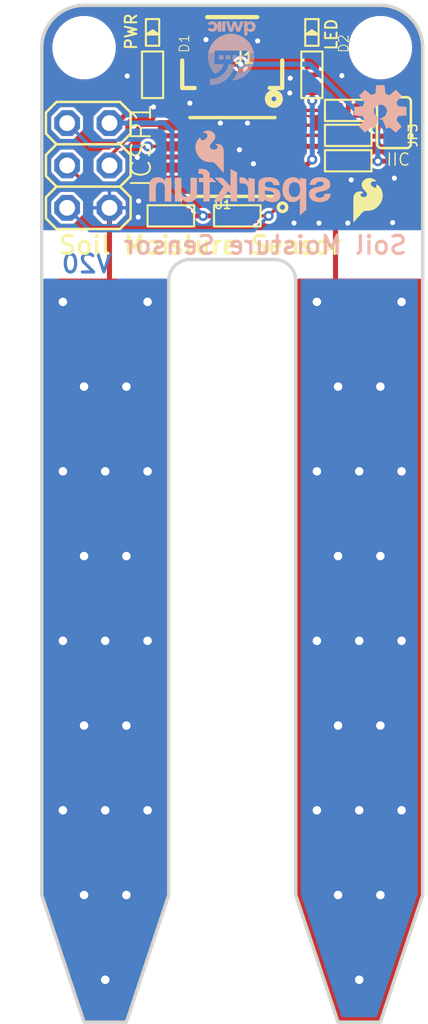
<source format=kicad_pcb>
(kicad_pcb (version 20211014) (generator pcbnew)
  (layers (0 "F.Cu" signal) (31 "B.Cu" signal) (34 "B.Paste" user) (35 "F.Paste" user) (36 "B.SilkS" user "B.Silkscreen") (37 "F.SilkS" user "F.Silkscreen") (38 "B.Mask" user) (39 "F.Mask" user) (44 "Edge.Cuts" user))
  (net 0 "")
  (net 1 "GND")
  (net 2 "LED")
  (net 3 "ADC")
  (net 4 "RST")
  (net 5 "SDA/MOSI")
  (net 6 "SCL/SCK")
  (net 7 "+3V3")
  (net 8 "N$6")
  (net 9 "N$8")
  (net 10 "N$1")
  (net 11 "N$2")
  (net 12 "MISO")
  (footprint "eagleBoard:LED-0603" (layer "F.Cu") (at 153.2811 76.1492 -90)
    (fp_text reference "D2" (at 1.27 -1.905 90) (layer "F.SilkS") (effects (font (size 0.57785 0.57785) (thickness 0.05715)) (justify left)))
    (fp_text value "GREEN")
    (pad "+" smd roundrect (at 0.6985 0 90) (size 0.635 0.8001) (layers "F.Cu" "F.Paste" "F.Mask") (roundrect_rratio 0.125) (net 11 "N$2"))
    (pad "-" smd roundrect (at -0.6985 0 90) (size 0.635 0.8001) (layers "F.Cu" "F.Paste" "F.Mask") (roundrect_rratio 0.125) (net 1 "GND"))
  )
  (footprint "eagleBoard:SFE_LOGO_FLAME_.1" (layer "F.Cu") (at 156.6291 86.1568)
    (fp_text reference "U$2" hide)
    (fp_text value "" hide)
  )
  (footprint "eagleBoard:R0603" (layer "F.Cu") (at 148.8059 87.1474 180)
    (fp_text reference "R8")
    (fp_text value "10K ±1%")
    (pad "1" smd roundrect (at -0.762 0 180) (size 0.889 0.889) (layers "F.Cu" "F.Paste" "F.Mask") (roundrect_rratio 0.125) (net 4 "RST"))
    (pad "2" smd roundrect (at 0.762 0 180) (size 0.889 0.889) (layers "F.Cu" "F.Paste" "F.Mask") (roundrect_rratio 0.125) (net 7 "+3V3"))
  )
  (footprint "eagleBoard:FIDUCIAL-1X2" (layer "F.Cu") (at 158.6611 85.9536)
    (fp_text reference "FID2" hide)
    (fp_text value "FIDUCIAL1X2" hide)
    (pad "1" smd roundrect (at 0 0) (size 1 1) (layers "F.Cu" "F.Mask") (roundrect_rratio 0.5))
  )
  (footprint "eagleBoard:SO08-EIAJ_MCU" (layer "F.Cu") (at 148.5011 83.6168 90)
    (fp_text reference "U1" (at -2.8575 0) (layer "F.SilkS") (effects (font (size 0.512064 0.512064) (thickness 0.097536)) (justify right)))
    (fp_text value "Tiny85-20-SMT")
    (pad "1" smd rect (at -1.905 3.3782 90) (size 0.6096 2.2098) (layers "F.Cu" "F.Paste" "F.Mask") (net 4 "RST"))
    (pad "2" smd rect (at -0.635 3.3782 90) (size 0.6096 2.2098) (layers "F.Cu" "F.Paste" "F.Mask") (net 2 "LED"))
    (pad "3" smd rect (at 0.635 3.3782 90) (size 0.6096 2.2098) (layers "F.Cu" "F.Paste" "F.Mask") (net 3 "ADC"))
    (pad "4" smd rect (at 1.905 3.3782 90) (size 0.6096 2.2098) (layers "F.Cu" "F.Paste" "F.Mask") (net 1 "GND"))
    (pad "5" smd rect (at 1.905 -3.3528 90) (size 0.6096 2.2098) (layers "F.Cu" "F.Paste" "F.Mask") (net 5 "SDA/MOSI"))
    (pad "6" smd rect (at 0.635 -3.3528 90) (size 0.6096 2.2098) (layers "F.Cu" "F.Paste" "F.Mask") (net 12 "MISO"))
    (pad "7" smd rect (at -0.635 -3.3528 90) (size 0.6096 2.2098) (layers "F.Cu" "F.Paste" "F.Mask") (net 6 "SCL/SCK"))
    (pad "8" smd rect (at -1.905 -3.3528 90) (size 0.6096 2.2098) (layers "F.Cu" "F.Paste" "F.Mask") (net 7 "+3V3"))
  )
  (footprint "eagleBoard:STAND-OFF" (layer "F.Cu") (at 157.3911 77.0636)
    (fp_text reference "STANDOFF2" hide)
    (fp_text value "STAND-OFF" hide)
    (pad "" np_thru_hole circle (at 0 0) (size 3.302 3.302) (drill 3.302) (layers *.Cu *.Mask))
  )
  (footprint "eagleBoard:JST-SH-4P" (layer "F.Cu") (at 148.5011 79.8322)
    (fp_text reference "J1" (at 1.397 -2.159) (layer "F.SilkS") (effects (font (size 0.682752 0.682752) (thickness 0.130048)) (justify right)))
    (fp_text value "JST-SH-4P-1.0")
    (pad "1" smd rect (at 1.5 0 180) (size 0.6 1.35) (layers "F.Cu" "F.Paste" "F.Mask") (net 1 "GND"))
    (pad "2" smd rect (at 0.5 0 180) (size 0.6 1.35) (layers "F.Cu" "F.Paste" "F.Mask") (net 7 "+3V3"))
    (pad "3" smd rect (at -0.5 0 180) (size 0.6 1.35) (layers "F.Cu" "F.Paste" "F.Mask") (net 5 "SDA/MOSI"))
    (pad "4" smd rect (at -1.5 0 180) (size 0.6 1.35) (layers "F.Cu" "F.Paste" "F.Mask") (net 6 "SCL/SCK"))
    (pad "NC1" smd rect (at -2.8 -3.675 180) (size 1.2 2) (layers "F.Cu" "F.Paste" "F.Mask") (net 1 "GND"))
    (pad "NC2" smd rect (at 2.8 -3.675 180) (size 1.2 2) (layers "F.Cu" "F.Paste" "F.Mask") (net 1 "GND"))
  )
  (footprint "eagleBoard:R0603" (layer "F.Cu") (at 153.2811 78.6892 90)
    (fp_text reference "R6")
    (fp_text value "1.5K ±1%")
    (pad "1" smd roundrect (at -0.762 0 90) (size 0.889 0.889) (layers "F.Cu" "F.Paste" "F.Mask") (roundrect_rratio 0.125) (net 2 "LED"))
    (pad "2" smd roundrect (at 0.762 0 90) (size 0.889 0.889) (layers "F.Cu" "F.Paste" "F.Mask") (roundrect_rratio 0.125) (net 11 "N$2"))
  )
  (footprint "eagleBoard:R0603" (layer "F.Cu") (at 143.7211 78.6892 90)
    (fp_text reference "R3")
    (fp_text value "1.5K ±1%")
    (pad "1" smd roundrect (at -0.762 0 90) (size 0.889 0.889) (layers "F.Cu" "F.Paste" "F.Mask") (roundrect_rratio 0.125) (net 7 "+3V3"))
    (pad "2" smd roundrect (at 0.762 0 90) (size 0.889 0.889) (layers "F.Cu" "F.Paste" "F.Mask") (roundrect_rratio 0.125) (net 10 "N$1"))
  )
  (footprint "eagleBoard:R0603" (layer "F.Cu") (at 155.4607 80.8228)
    (fp_text reference "R5")
    (fp_text value "4.7K ±1%")
    (pad "1" smd roundrect (at -0.762 0) (size 0.889 0.889) (layers "F.Cu" "F.Paste" "F.Mask") (roundrect_rratio 0.125) (net 5 "SDA/MOSI"))
    (pad "2" smd roundrect (at 0.762 0) (size 0.889 0.889) (layers "F.Cu" "F.Paste" "F.Mask") (roundrect_rratio 0.125) (net 9 "N$8"))
  )
  (footprint "eagleBoard:C0603" (layer "F.Cu") (at 144.8181 87.1474)
    (fp_text reference "C1")
    (fp_text value "100nF ±10% 50V")
    (pad "1" smd roundrect (at -0.762 0) (size 0.889 0.889) (layers "F.Cu" "F.Paste" "F.Mask") (roundrect_rratio 0.125) (net 1 "GND"))
    (pad "2" smd roundrect (at 0.762 0) (size 0.889 0.889) (layers "F.Cu" "F.Paste" "F.Mask") (roundrect_rratio 0.125) (net 7 "+3V3"))
  )
  (footprint "eagleBoard:LED-0603" (layer "F.Cu") (at 143.7211 76.1492 -90)
    (fp_text reference "D1" (at 1.27 -1.905 90) (layer "F.SilkS") (effects (font (size 0.57785 0.57785) (thickness 0.05715)) (justify left)))
    (fp_text value "RED")
    (pad "+" smd roundrect (at 0.6985 0 90) (size 0.635 0.8001) (layers "F.Cu" "F.Paste" "F.Mask") (roundrect_rratio 0.125) (net 10 "N$1"))
    (pad "-" smd roundrect (at -0.6985 0 90) (size 0.635 0.8001) (layers "F.Cu" "F.Paste" "F.Mask") (roundrect_rratio 0.125) (net 1 "GND"))
  )
  (footprint "eagleBoard:R0603" (layer "F.Cu") (at 155.4607 82.3214)
    (fp_text reference "R4")
    (fp_text value "4.7K ±1%")
    (pad "1" smd roundrect (at -0.762 0) (size 0.889 0.889) (layers "F.Cu" "F.Paste" "F.Mask") (roundrect_rratio 0.125) (net 6 "SCL/SCK"))
    (pad "2" smd roundrect (at 0.762 0) (size 0.889 0.889) (layers "F.Cu" "F.Paste" "F.Mask") (roundrect_rratio 0.125) (net 8 "N$6"))
  )
  (footprint "eagleBoard:2X03" (layer "F.Cu") (at 139.8651 84.1248 -90)
    (fp_text reference "ICSP1" (at -3.81 -3.175 90) (layer "F.SilkS") (effects (font (size 1.1557 1.1557) (thickness 0.1143)) (justify right)))
    (fp_text value "3x2 M")
    (pad "1" thru_hole roundrect (at -2.54 1.27 270) (size 1.55 1.55) (drill 0.95) (layers *.Cu *.Mask) (chamfer_ratio 0.2928932188) (chamfer top_left top_right bottom_left bottom_right) (net 12 "MISO"))
    (pad "2" thru_hole roundrect (at -2.54 -1.27 270) (size 1.55 1.55) (drill 0.95) (layers *.Cu *.Mask) (chamfer_ratio 0.2928932188) (chamfer top_left top_right bottom_left bottom_right) (net 7 "+3V3"))
    (pad "3" thru_hole roundrect (at 0 1.27 270) (size 1.55 1.55) (drill 0.95) (layers *.Cu *.Mask) (chamfer_ratio 0.2928932188) (chamfer top_left top_right bottom_left bottom_right) (net 6 "SCL/SCK"))
    (pad "4" thru_hole roundrect (at 0 -1.27 270) (size 1.55 1.55) (drill 0.95) (layers *.Cu *.Mask) (chamfer_ratio 0.2928932188) (chamfer top_left top_right bottom_left bottom_right) (net 5 "SDA/MOSI"))
    (pad "5" thru_hole roundrect (at 2.54 1.27 270) (size 1.55 1.55) (drill 0.95) (layers *.Cu *.Mask) (chamfer_ratio 0.2928932188) (chamfer top_left top_right bottom_left bottom_right) (net 4 "RST"))
    (pad "6" thru_hole roundrect (at 2.54 -1.27 270) (size 1.55 1.55) (drill 0.95) (layers *.Cu *.Mask) (chamfer_ratio 0.2928932188) (chamfer top_left top_right bottom_left bottom_right) (net 1 "GND"))
  )
  (footprint "eagleBoard:SMT-JUMPER_3_2-NC_TRACE" (layer "F.Cu") (at 158.2039 81.5594 -90)
    (fp_text reference "JP3" (at 0 -1.143 90) (layer "F.SilkS") (effects (font (size 0.512064 0.512064) (thickness 0.097536)) (justify right)))
    (fp_text value "SMT-JUMPER_3_2-NC_TRACE")
    (fp_line (start 0 0) (end 0.8636 0) (layer "F.Cu") (width 0.2032))
    (fp_line (start 0 0) (end -0.8382 0) (layer "F.Cu") (width 0.2032))
    (pad "1" smd rect (at -0.8128 0 270) (size 0.635 1.27) (layers "F.Cu" "F.Mask") (net 9 "N$8"))
    (pad "2" smd rect (at 0 0 270) (size 0.635 1.27) (layers "F.Cu" "F.Mask") (net 7 "+3V3"))
    (pad "3" smd rect (at 0.8128 0 270) (size 0.635 1.27) (layers "F.Cu" "F.Mask") (net 8 "N$6"))
  )
  (footprint "eagleBoard:STAND-OFF" (layer "F.Cu") (at 139.6111 77.0636)
    (fp_text reference "STANDOFF1" hide)
    (fp_text value "STAND-OFF" hide)
    (pad "" np_thru_hole circle (at 0 0) (size 3.302 3.302) (drill 3.302) (layers *.Cu *.Mask))
  )
  (footprint "eagleBoard:R0603" (layer "F.Cu") (at 155.4607 83.8454)
    (fp_text reference "R7")
    (fp_text value "100K ±1%")
    (pad "1" smd roundrect (at -0.762 0) (size 0.889 0.889) (layers "F.Cu" "F.Paste" "F.Mask") (roundrect_rratio 0.125) (net 3 "ADC"))
    (pad "2" smd roundrect (at 0.762 0) (size 0.889 0.889) (layers "F.Cu" "F.Paste" "F.Mask") (roundrect_rratio 0.125) (net 7 "+3V3"))
  )
  (footprint "eagleBoard:FIDUCIAL-1X2" (layer "F.Cu") (at 138.3411 79.6036)
    (fp_text reference "FID1" hide)
    (fp_text value "FIDUCIAL1X2" hide)
    (pad "1" smd roundrect (at 0 0) (size 1 1) (layers "F.Cu" "F.Mask") (roundrect_rratio 0.5))
  )
  (footprint "eagleBoard:SFE_LOGO_NAME_FLAME_.1" (layer "B.Cu") (at 154.8511 87.2236 180)
    (fp_text reference "LOGO1" hide)
    (fp_text value "SFE_LOGO_NAME_FLAME.1_INCH" hide)
  )
  (footprint "eagleBoard:OSHW-LOGO-S" (layer "B.Cu") (at 157.3911 80.8736 180)
    (fp_text reference "LOGO2" hide)
    (fp_text value "OSHW-LOGOS" hide)
  )
  (footprint "eagleBoard:QWIIC-LOGO-SMALL" (layer "B.Cu") (at 148.5265 77.3938 180)
    (fp_text reference "U$5" hide)
    (fp_text value "" hide)
  )
  (gr_line (start 159.9311 127.8636) (end 157.3911 135.4836) (layer "Edge.Cuts") (width 0.2032))
  (gr_line (start 144.6911 127.8636) (end 144.6911 91.0336) (layer "Edge.Cuts") (width 0.2032))
  (gr_line (start 157.3911 135.4836) (end 154.8511 135.4836) (layer "Edge.Cuts") (width 0.2032))
  (gr_line (start 159.9311 77.0636) (end 159.9311 127.8636) (layer "Edge.Cuts") (width 0.2032))
  (gr_arc (start 137.0711 77.0636) (mid 137.815049 75.267549) (end 139.6111 74.5236) (layer "Edge.Cuts") (width 0.2032))
  (gr_arc (start 157.3911 74.5236) (mid 159.187151 75.267549) (end 159.9311 77.0636) (layer "Edge.Cuts") (width 0.2032))
  (gr_line (start 137.0711 127.8636) (end 139.6111 135.4836) (layer "Edge.Cuts") (width 0.2032))
  (gr_line (start 154.8511 135.4836) (end 152.3111 127.8636) (layer "Edge.Cuts") (width 0.2032))
  (gr_arc (start 144.6911 91.0336) (mid 145.063074 90.135574) (end 145.9611 89.7636) (layer "Edge.Cuts") (width 0.2032))
  (gr_line (start 142.1511 135.4836) (end 144.6911 127.8636) (layer "Edge.Cuts") (width 0.2032))
  (gr_line (start 137.0711 77.0636) (end 137.0711 127.8636) (layer "Edge.Cuts") (width 0.2032))
  (gr_arc (start 151.0411 89.7636) (mid 151.939126 90.135574) (end 152.3111 91.0336) (layer "Edge.Cuts") (width 0.2032))
  (gr_line (start 152.3111 127.8636) (end 152.3111 91.0336) (layer "Edge.Cuts") (width 0.2032))
  (gr_line (start 145.9611 89.7636) (end 151.0411 89.7636) (layer "Edge.Cuts") (width 0.2032))
  (gr_line (start 139.6111 74.5236) (end 157.3911 74.5236) (layer "Edge.Cuts") (width 0.2032))
  (gr_line (start 139.6111 135.4836) (end 142.1511 135.4836) (layer "Edge.Cuts") (width 0.2032))
  (gr_text "V20" (at 141.3891 90.6526) (layer "B.Cu") (effects (font (size 1.0795 1.0795) (thickness 0.1905)) (justify left bottom mirror)))
  (gr_text "Soil Moisture Sensor" (at 159.0929 89.535) (layer "B.SilkS") (effects (font (size 1.0795 1.0795) (thickness 0.1905)) (justify left bottom mirror)))
  (gr_text "LED" (at 154.8511 77.2922 90) (layer "F.SilkS") (effects (font (size 0.69088 0.69088) (thickness 0.12192)) (justify left bottom)))
  (gr_text "IIC" (at 157.6959 84.201) (layer "F.SilkS") (effects (font (size 0.73152 0.73152) (thickness 0.08128)) (justify left bottom)))
  (gr_text "Soil Moisture Sensor" (at 137.9855 89.535) (layer "F.SilkS") (effects (font (size 1.0795 1.0795) (thickness 0.1905)) (justify left bottom)))
  (gr_text "PWR" (at 142.8369 77.2668 90) (layer "F.SilkS") (effects (font (size 0.69088 0.69088) (thickness 0.12192)) (justify left bottom)))
  (segment (start 141.1351 86.6648) (end 141.1351 91.2368) (width 0.3048) (layer "F.Cu") (net 1))
  (via (at 143.4211 102.4636) (size 0.8128) (drill 0.508) (layers "F.Cu" "B.Cu") (net 1))
  (via (at 149.4155 81.5848) (size 0.6096) (drill 0.3048) (layers "F.Cu" "B.Cu") (net 1))
  (via (at 142.8623 87.2236) (size 0.6096) (drill 0.3048) (layers "F.Cu" "B.Cu") (net 1))
  (via (at 152.2095 87.5792) (size 0.6096) (drill 0.3048) (layers "F.Cu" "B.Cu") (net 1))
  (via (at 139.6111 107.5436) (size 0.8128) (drill 0.508) (layers "F.Cu" "B.Cu") (net 1))
  (via (at 155.4353 87.5792) (size 0.6096) (drill 0.3048) (layers "F.Cu" "B.Cu") (net 1))
  (via (at 142.1511 117.7036) (size 0.8128) (drill 0.508) (layers "F.Cu" "B.Cu") (net 1))
  (via (at 148.9329 83.185) (size 0.6096) (drill 0.3048) (layers "F.Cu" "B.Cu") (net 1))
  (via (at 155.6385 84.9884) (size 0.6096) (drill 0.3048) (layers "F.Cu" "B.Cu") (net 1))
  (via (at 140.8811 132.9436) (size 0.8128) (drill 0.508) (layers "F.Cu" "B.Cu") (net 1))
  (via (at 145.9611 80.391) (size 0.6096) (drill 0.3048) (layers "F.Cu" "B.Cu") (net 1))
  (via (at 153.7081 87.5792) (size 0.6096) (drill 0.3048) (layers "F.Cu" "B.Cu") (net 1))
  (via (at 140.8811 122.7836) (size 0.8128) (drill 0.508) (layers "F.Cu" "B.Cu") (net 1))
  (via (at 142.1511 127.8636) (size 0.8128) (drill 0.508) (layers "F.Cu" "B.Cu") (net 1))
  (via (at 158.1277 87.5538) (size 0.6096) (drill 0.3048) (layers "F.Cu" "B.Cu") (net 1))
  (via (at 142.1511 97.3836) (size 0.8128) (drill 0.508) (layers "F.Cu" "B.Cu") (net 1))
  (via (at 142.2019 78.7654) (size 0.6096) (drill 0.3048) (layers "F.Cu" "B.Cu") (net 1))
  (via (at 151.9809 78.8924) (size 0.6096) (drill 0.3048) (layers "F.Cu" "B.Cu") (net 1))
  (via (at 146.9263 76.581) (size 0.6096) (drill 0.3048) (layers "F.Cu" "B.Cu") (net 1))
  (via (at 149.7711 84.0232) (size 0.6096) (drill 0.3048) (layers "F.Cu" "B.Cu") (net 1))
  (via (at 138.3411 122.7836) (size 0.8128) (drill 0.508) (layers "F.Cu" "B.Cu") (net 1))
  (via (at 143.4211 112.6236) (size 0.8128) (drill 0.508) (layers "F.Cu" "B.Cu") (net 1))
  (via (at 143.4211 92.3036) (size 0.8128) (drill 0.508) (layers "F.Cu" "B.Cu") (net 1))
  (via (at 139.6111 127.8636) (size 0.8128) (drill 0.508) (layers "F.Cu" "B.Cu") (net 1))
  (via (at 138.3411 112.6236) (size 0.8128) (drill 0.508) (layers "F.Cu" "B.Cu") (net 1))
  (via (at 151.9555 79.7814) (size 0.6096) (drill 0.3048) (layers "F.Cu" "B.Cu") (net 1))
  (via (at 147.7899 81.5848) (size 0.6096) (drill 0.3048) (layers "F.Cu" "B.Cu") (net 1))
  (via (at 142.8877 86.2584) (size 0.6096) (drill 0.3048) (layers "F.Cu" "B.Cu") (net 1))
  (via (at 142.8115 83.6422) (size 0.6096) (drill 0.3048) (layers "F.Cu" "B.Cu") (net 1))
  (via (at 155.0797 78.74) (size 0.6096) (drill 0.3048) (layers "F.Cu" "B.Cu") (net 1))
  (via (at 140.8811 102.4636) (size 0.8128) (drill 0.508) (layers "F.Cu" "B.Cu") (net 1))
  (via (at 138.3411 92.3036) (size 0.8128) (drill 0.508) (layers "F.Cu" "B.Cu") (net 1))
  (via (at 139.6111 117.7036) (size 0.8128) (drill 0.508) (layers "F.Cu" "B.Cu") (net 1))
  (via (at 143.4211 122.7836) (size 0.8128) (drill 0.508) (layers "F.Cu" "B.Cu") (net 1))
  (via (at 158.2293 84.8868) (size 0.6096) (drill 0.3048) (layers "F.Cu" "B.Cu") (net 1))
  (via (at 138.3411 102.4636) (size 0.8128) (drill 0.508) (layers "F.Cu" "B.Cu") (net 1))
  (via (at 143.7767 80.6196) (size 0.6096) (drill 0.3048) (layers "F.Cu" "B.Cu") (net 1))
  (via (at 150.0251 76.6572) (size 0.6096) (drill 0.3048) (layers "F.Cu" "B.Cu") (net 1))
  (via (at 140.8811 112.6236) (size 0.8128) (drill 0.508) (layers "F.Cu" "B.Cu") (net 1))
  (via (at 142.1511 107.5436) (size 0.8128) (drill 0.508) (layers "F.Cu" "B.Cu") (net 1))
  (via (at 139.6111 97.3836) (size 0.8128) (drill 0.508) (layers "F.Cu" "B.Cu") (net 1))
  (segment (start 153.3017 79.4718) (end 153.2811 79.4512) (width 0.3048) (layer "F.Cu") (net 2))
  (segment (start 151.8793 84.2518) (end 152.8191 84.2518) (width 0.3048) (layer "F.Cu") (net 2))
  (segment (start 152.8191 84.2518) (end 153.3017 83.7692) (width 0.3048) (layer "F.Cu") (net 2))
  (segment (start 153.3017 80.2386) (end 153.3017 79.4718) (width 0.3048) (layer "F.Cu") (net 2))
  (via (at 153.3017 83.7692) (size 0.6096) (drill 0.3048) (layers "F.Cu" "B.Cu") (net 2))
  (via (at 153.3017 80.2386) (size 0.6096) (drill 0.3048) (layers "F.Cu" "B.Cu") (net 2))
  (segment (start 153.3017 83.7692) (end 153.3017 80.2386) (width 0.3048) (layer "B.Cu") (net 2))
  (segment (start 153.8351 82.9818) (end 152.1079 82.9818) (width 0.3048) (layer "F.Cu") (net 3))
  (segment (start 152.1079 82.9818) (end 151.8793 82.9818) (width 0.2032) (layer "F.Cu") (net 3))
  (segment (start 154.6987 91.2368) (end 154.6987 83.8454) (width 0.3048) (layer "F.Cu") (net 3))
  (segment (start 154.6987 83.8454) (end 153.8351 82.9818) (width 0.3048) (layer "F.Cu") (net 3))
  (via (at 153.5811 92.3036) (size 0.8128) (drill 0.508) (layers "F.Cu" "B.Cu") (net 3))
  (via (at 154.8511 127.8636) (size 0.8128) (drill 0.508) (layers "F.Cu" "B.Cu") (net 3))
  (via (at 153.5811 102.4636) (size 0.8128) (drill 0.508) (layers "F.Cu" "B.Cu") (net 3))
  (via (at 154.8511 107.5436) (size 0.8128) (drill 0.508) (layers "F.Cu" "B.Cu") (net 3))
  (via (at 153.5811 122.7836) (size 0.8128) (drill 0.508) (layers "F.Cu" "B.Cu") (net 3))
  (via (at 154.8511 97.3836) (size 0.8128) (drill 0.508) (layers "F.Cu" "B.Cu") (net 3))
  (via (at 157.3911 107.5436) (size 0.8128) (drill 0.508) (layers "F.Cu" "B.Cu") (net 3))
  (via (at 158.6611 102.4636) (size 0.8128) (drill 0.508) (layers "F.Cu" "B.Cu") (net 3))
  (via (at 156.1211 112.6236) (size 0.8128) (drill 0.508) (layers "F.Cu" "B.Cu") (net 3))
  (via (at 156.1211 132.9436) (size 0.8128) (drill 0.508) (layers "F.Cu" "B.Cu") (net 3))
  (via (at 157.3911 97.3836) (size 0.8128) (drill 0.508) (layers "F.Cu" "B.Cu") (net 3))
  (via (at 154.8511 117.7036) (size 0.8128) (drill 0.508) (layers "F.Cu" "B.Cu") (net 3))
  (via (at 158.6611 112.6236) (size 0.8128) (drill 0.508) (layers "F.Cu" "B.Cu") (net 3))
  (via (at 153.5811 112.6236) (size 0.8128) (drill 0.508) (layers "F.Cu" "B.Cu") (net 3))
  (via (at 158.6611 92.3036) (size 0.8128) (drill 0.508) (layers "F.Cu" "B.Cu") (net 3))
  (via (at 157.3911 127.8636) (size 0.8128) (drill 0.508) (layers "F.Cu" "B.Cu") (net 3))
  (via (at 157.3911 117.7036) (size 0.8128) (drill 0.508) (layers "F.Cu" "B.Cu") (net 3))
  (via (at 158.6611 122.7836) (size 0.8128) (drill 0.508) (layers "F.Cu" "B.Cu") (net 3))
  (via (at 156.1211 122.7836) (size 0.8128) (drill 0.508) (layers "F.Cu" "B.Cu") (net 3))
  (via (at 156.1211 102.4636) (size 0.8128) (drill 0.508) (layers "F.Cu" "B.Cu") (net 3))
  (segment (start 151.7523 86.0806) (end 151.7523 85.5218) (width 0.2032) (layer "F.Cu") (net 4))
  (segment (start 151.8793 85.5218) (end 151.7523 85.5218) (width 0.2032) (layer "F.Cu") (net 4))
  (segment (start 149.5679 87.1474) (end 150.6855 87.1474) (width 0.2032) (layer "F.Cu") (net 4))
  (segment (start 150.6855 87.1474) (end 151.7523 86.0806) (width 0.2032) (layer "F.Cu") (net 4))
  (via (at 150.6855 87.1474) (size 0.6096) (drill 0.3048) (layers "F.Cu" "B.Cu") (net 4))
  (segment (start 138.5951 86.6648) (end 139.9667 88.0364) (width 0.2032) (layer "B.Cu") (net 4))
  (segment (start 150.6855 87.1474) (end 149.7965 88.0364) (width 0.2032) (layer "B.Cu") (net 4))
  (segment (start 139.9667 88.0364) (end 149.7965 88.0364) (width 0.2032) (layer "B.Cu") (net 4))
  (segment (start 154.6987 80.8228) (end 148.5519 80.8228) (width 0.2032) (layer "F.Cu") (net 5))
  (segment (start 148.0011 80.272) (end 148.0011 79.8322) (width 0.2032) (layer "F.Cu") (net 5))
  (segment (start 148.5519 80.8228) (end 148.0011 80.272) (width 0.2032) (layer "F.Cu") (net 5))
  (segment (start 148.0011 78.7988) (end 147.6883 78.486) (width 0.2032) (layer "F.Cu") (net 5))
  (segment (start 145.1483 81.7118) (end 143.0147 81.7118) (width 0.2032) (layer "F.Cu") (net 5))
  (segment (start 147.6883 78.486) (end 146.4691 78.486) (width 0.2032) (layer "F.Cu") (net 5))
  (segment (start 148.0011 79.8322) (end 148.0011 78.7988) (width 0.2032) (layer "F.Cu") (net 5))
  (segment (start 141.1351 83.5914) (end 141.1351 84.1248) (width 0.2032) (layer "F.Cu") (net 5))
  (segment (start 143.0147 81.7118) (end 141.1351 83.5914) (width 0.2032) (layer "F.Cu") (net 5))
  (segment (start 145.1483 79.8068) (end 145.1483 81.7118) (width 0.2032) (layer "F.Cu") (net 5))
  (segment (start 146.4691 78.486) (end 145.1483 79.8068) (width 0.2032) (layer "F.Cu") (net 5))
  (segment (start 147.1535 82.3214) (end 147.0011 82.4738) (width 0.2032) (layer "F.Cu") (net 6))
  (segment (start 141.9479 85.3186) (end 143.0147 84.2518) (width 0.2032) (layer "F.Cu") (net 6))
  (segment (start 147.0011 83.6944) (end 146.4437 84.2518) (width 0.2032) (layer "F.Cu") (net 6))
  (segment (start 139.7889 85.3186) (end 141.9479 85.3186) (width 0.2032) (layer "F.Cu") (net 6))
  (segment (start 154.6987 82.3214) (end 147.1535 82.3214) (width 0.2032) (layer "F.Cu") (net 6))
  (segment (start 147.1535 82.3214) (end 147.0011 82.169) (width 0.2032) (layer "F.Cu") (net 6))
  (segment (start 147.0011 82.169) (end 147.0011 82.3214) (width 0.2032) (layer "F.Cu") (net 6))
  (segment (start 147.0011 82.4738) (end 147.0011 83.6944) (width 0.2032) (layer "F.Cu") (net 6))
  (segment (start 146.4437 84.2518) (end 145.1483 84.2518) (width 0.2032) (layer "F.Cu") (net 6))
  (segment (start 138.5951 84.1248) (end 139.7889 85.3186) (width 0.2032) (layer "F.Cu") (net 6))
  (segment (start 147.0011 82.3214) (end 147.1535 82.3214) (width 0.2032) (layer "F.Cu") (net 6))
  (segment (start 143.0147 84.2518) (end 145.1483 84.2518) (width 0.2032) (layer "F.Cu") (net 6))
  (segment (start 147.0011 82.3214) (end 147.0011 82.4738) (width 0.2032) (layer "F.Cu") (net 6))
  (segment (start 147.0011 79.8322) (end 147.0011 82.169) (width 0.2032) (layer "F.Cu") (net 6))
  (segment (start 146.7485 87.1474) (end 148.0439 87.1474) (width 0.3048) (layer "F.Cu") (net 7))
  (segment (start 145.9865 78.0542) (end 148.9931 78.0542) (width 0.3048) (layer "F.Cu") (net 7))
  (segment (start 158.9405 81.5594) (end 159.1691 81.788) (width 0.3048) (layer "F.Cu") (net 7))
  (segment (start 144.5895 79.4512) (end 145.9865 78.0542) (width 0.3048) (layer "F.Cu") (net 7))
  (segment (start 141.5819 81.5848) (end 141.1351 81.5848) (width 0.3048) (layer "F.Cu") (net 7))
  (segment (start 159.1691 81.788) (end 159.1691 83.0072) (width 0.3048) (layer "F.Cu") (net 7))
  (segment (start 158.2039 81.5594) (end 158.9405 81.5594) (width 0.3048) (layer "F.Cu") (net 7))
  (segment (start 144.5895 79.4512) (end 143.7211 79.4512) (width 0.3048) (layer "F.Cu") (net 7))
  (segment (start 157.2387 83.8708) (end 156.2481 83.8708) (width 0.3048) (layer "F.Cu") (net 7))
  (segment (start 149.0011 79.8322) (end 149.0011 78.0622) (width 0.3048) (layer "F.Cu") (net 7))
  (segment (start 148.9931 78.0542) (end 149.0011 78.0622) (width 0.3048) (layer "F.Cu") (net 7))
  (segment (start 158.3055 83.8708) (end 157.2387 83.8708) (width 0.3048) (layer "F.Cu") (net 7))
  (segment (start 149.0011 78.0622) (end 149.0091 78.0542) (width 0.3048) (layer "F.Cu") (net 7))
  (segment (start 143.7211 79.4512) (end 141.5819 81.5848) (width 0.3048) (layer "F.Cu") (net 7))
  (segment (start 156.2481 83.8708) (end 156.2227 83.8454) (width 0.3048) (layer "F.Cu") (net 7))
  (segment (start 145.5801 87.1474) (end 146.7485 87.1474) (width 0.3048) (layer "F.Cu") (net 7))
  (segment (start 145.1483 86.7156) (end 145.5801 87.1474) (width 0.3048) (layer "F.Cu") (net 7))
  (segment (start 159.1691 83.0072) (end 158.3055 83.8708) (width 0.3048) (layer "F.Cu") (net 7))
  (segment (start 145.1483 85.5218) (end 145.1483 86.7156) (width 0.3048) (layer "F.Cu") (net 7))
  (via (at 157.2387 83.8708) (size 0.6096) (drill 0.3048) (layers "F.Cu" "B.Cu") (net 7))
  (via (at 146.7485 87.1474) (size 0.6096) (drill 0.3048) (layers "F.Cu" "B.Cu") (net 7))
  (via (at 149.0091 78.0542) (size 0.6096) (drill 0.3048) (layers "F.Cu" "B.Cu") (net 7))
  (segment (start 144.4117 81.5848) (end 141.1351 81.5848) (width 0.3048) (layer "B.Cu") (net 7))
  (segment (start 153.1493 78.0542) (end 149.0091 78.0542) (width 0.3048) (layer "B.Cu") (net 7))
  (segment (start 144.8943 82.0674) (end 144.4117 81.5848) (width 0.3048) (layer "B.Cu") (net 7))
  (segment (start 157.2387 83.8708) (end 157.2387 82.1436) (width 0.3048) (layer "B.Cu") (net 7))
  (segment (start 157.2387 82.1436) (end 153.1493 78.0542) (width 0.3048) (layer "B.Cu") (net 7))
  (segment (start 144.8943 85.2932) (end 144.8943 82.0674) (width 0.3048) (layer "B.Cu") (net 7))
  (segment (start 146.7485 87.1474) (end 144.8943 85.2932) (width 0.3048) (layer "B.Cu") (net 7))
  (segment (start 158.2039 82.3722) (end 157.3911 82.3722) (width 0.3048) (layer "F.Cu") (net 8))
  (segment (start 157.3911 82.3722) (end 156.2735 82.3722) (width 0.3048) (layer "F.Cu") (net 8))
  (segment (start 156.2735 82.3722) (end 156.2227 82.3214) (width 0.3048) (layer "F.Cu") (net 8))
  (segment (start 158.1277 80.8228) (end 156.2227 80.8228) (width 0.3048) (layer "F.Cu") (net 9))
  (segment (start 158.2039 80.7466) (end 158.1277 80.8228) (width 0.3048) (layer "F.Cu") (net 9))
  (segment (start 143.7211 77.9272) (end 143.7211 76.8477) (width 0.3048) (layer "F.Cu") (net 10))
  (segment (start 153.2811 76.8477) (end 153.2811 77.9272) (width 0.3048) (layer "F.Cu") (net 11))
  (segment (start 145.1483 82.9818) (end 143.4465 82.9818) (width 0.2032) (layer "F.Cu") (net 12))
  (via (at 143.4465 82.9818) (size 0.6096) (drill 0.3048) (layers "F.Cu" "B.Cu") (net 12))
  (segment (start 139.9921 82.9818) (end 138.5951 81.5848) (width 0.2032) (layer "B.Cu") (net 12))
  (segment (start 143.4465 82.9818) (end 139.9921 82.9818) (width 0.2032) (layer "B.Cu") (net 12))
  (zone (net 1) (net_name "GND") (layer "F.Cu") (priority 6) (connect_pads (clearance 0.000001)) (min_thickness 0.0762) (fill yes (thermal_gap 0.2024) (thermal_bridge_width 0.2024))
    (polygon (pts (xy 160.0073 88.011) (xy 136.9949 88.011) (xy 136.9949 74.4474) (xy 160.0073 74.4474)))
  )
  (zone (net 3) (net_name "ADC") (layer "F.Cu") (priority 6) (connect_pads (clearance 0.000001)) (min_thickness 0.127) (fill yes (thermal_gap 0.304) (thermal_bridge_width 0.304))
    (polygon (pts (xy 160.0581 135.6106) (xy 152.1841 135.6106) (xy 152.1841 90.9066) (xy 160.0581 90.9066)))
  )
  (zone (net 1) (net_name "GND") (layer "F.Cu") (priority 6) (connect_pads (clearance 0.000001)) (min_thickness 0.127) (fill yes (thermal_gap 0.304) (thermal_bridge_width 0.304))
    (polygon (pts (xy 144.8181 135.6106) (xy 136.9441 135.6106) (xy 136.9441 90.9066) (xy 144.8181 90.9066)))
  )
  (zone (net 1) (net_name "GND") (layer "B.Cu") (priority 6) (connect_pads (clearance 0.000001)) (min_thickness 0.127) (fill yes (thermal_gap 0.304) (thermal_bridge_width 0.304))
    (polygon (pts (xy 144.8181 135.6106) (xy 136.9441 135.6106) (xy 136.9441 90.9066) (xy 144.8181 90.9066)))
  )
  (zone (net 3) (net_name "ADC") (layer "B.Cu") (priority 6) (connect_pads (clearance 0.3048)) (min_thickness 0.1016) (fill yes (thermal_gap 0.2532) (thermal_bridge_width 0.2532))
    (polygon (pts (xy 160.0327 135.5852) (xy 152.2095 135.5852) (xy 152.2095 90.932) (xy 160.0327 90.932)))
  )
  (zone (net 1) (net_name "GND") (layer "B.Cu") (priority 6) (connect_pads (clearance 0.000001)) (min_thickness 0.0762) (fill yes (thermal_gap 0.2024) (thermal_bridge_width 0.2024))
    (polygon (pts (xy 160.0073 88.011) (xy 136.9949 88.011) (xy 136.9949 74.4474) (xy 160.0073 74.4474)))
  )
)
</source>
